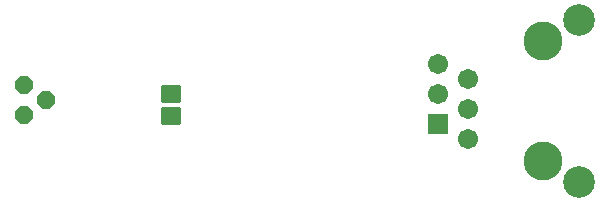
<source format=gts>
G04 #@! TF.GenerationSoftware,KiCad,Pcbnew,7.0.6*
G04 #@! TF.CreationDate,2023-12-02T16:45:52-07:00*
G04 #@! TF.ProjectId,Temperature Senor Board V2 (2),54656d70-6572-4617-9475-72652053656e,rev?*
G04 #@! TF.SameCoordinates,Original*
G04 #@! TF.FileFunction,Soldermask,Top*
G04 #@! TF.FilePolarity,Negative*
%FSLAX46Y46*%
G04 Gerber Fmt 4.6, Leading zero omitted, Abs format (unit mm)*
G04 Created by KiCad (PCBNEW 7.0.6) date 2023-12-02 16:45:52*
%MOMM*%
%LPD*%
G01*
G04 APERTURE LIST*
G04 Aperture macros list*
%AMRoundRect*
0 Rectangle with rounded corners*
0 $1 Rounding radius*
0 $2 $3 $4 $5 $6 $7 $8 $9 X,Y pos of 4 corners*
0 Add a 4 corners polygon primitive as box body*
4,1,4,$2,$3,$4,$5,$6,$7,$8,$9,$2,$3,0*
0 Add four circle primitives for the rounded corners*
1,1,$1+$1,$2,$3*
1,1,$1+$1,$4,$5*
1,1,$1+$1,$6,$7*
1,1,$1+$1,$8,$9*
0 Add four rect primitives between the rounded corners*
20,1,$1+$1,$2,$3,$4,$5,0*
20,1,$1+$1,$4,$5,$6,$7,0*
20,1,$1+$1,$6,$7,$8,$9,0*
20,1,$1+$1,$8,$9,$2,$3,0*%
%AMFreePoly0*
4,1,25,0.333266,0.742596,0.345389,0.732242,0.732242,0.345389,0.760749,0.289441,0.762000,0.273547,0.762000,-0.273547,0.742596,-0.333266,0.732242,-0.345389,0.345389,-0.732242,0.289441,-0.760749,0.273547,-0.762000,-0.273547,-0.762000,-0.333266,-0.742596,-0.345389,-0.732242,-0.732242,-0.345389,-0.760749,-0.289441,-0.762000,-0.273547,-0.762000,0.273547,-0.742596,0.333266,-0.732242,0.345389,
-0.345389,0.732242,-0.289441,0.760749,-0.273547,0.762000,0.273547,0.762000,0.333266,0.742596,0.333266,0.742596,$1*%
G04 Aperture macros list end*
%ADD10FreePoly0,270.000000*%
%ADD11C,3.300000*%
%ADD12RoundRect,0.101600X0.754000X-0.754000X0.754000X0.754000X-0.754000X0.754000X-0.754000X-0.754000X0*%
%ADD13C,1.711200*%
%ADD14C,2.678200*%
%ADD15RoundRect,0.101600X-0.750000X0.650000X-0.750000X-0.650000X0.750000X-0.650000X0.750000X0.650000X0*%
G04 APERTURE END LIST*
D10*
X123443979Y-86995031D03*
X125348979Y-88265031D03*
X123443979Y-89535031D03*
D11*
X167386000Y-93472000D03*
X167386000Y-83312000D03*
D12*
X158496000Y-90292000D03*
D13*
X158496000Y-87752000D03*
X158496000Y-85212000D03*
X161036000Y-91562000D03*
X161036000Y-89022000D03*
X161036000Y-86482000D03*
D14*
X170436000Y-95252000D03*
X170436000Y-81532000D03*
D15*
X135890000Y-87762000D03*
X135890000Y-89662000D03*
M02*

</source>
